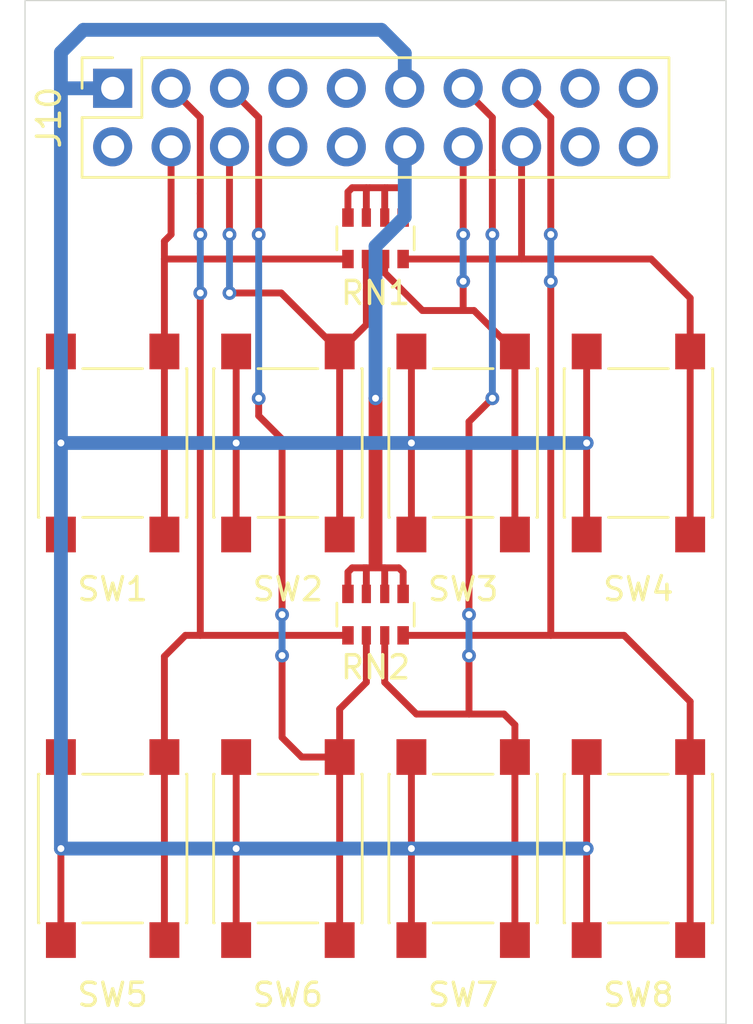
<source format=kicad_pcb>
(kicad_pcb (version 20240108) (generator "pcbnew") (generator_version "8.0")
  (layers (0 "F.Cu" signal) (31 "B.Cu" signal) (34 "B.Paste" user) (35 "F.Paste" user) (36 "B.SilkS" user "B.Silkscreen") (37 "F.SilkS" user "F.Silkscreen") (38 "B.Mask" user) (39 "F.Mask" user) (44 "Edge.Cuts" user))
  (net 0 "")
  (net 1 "/J10.IO8")
  (net 2 "/J10.IO6")
  (net 3 "/J10.IO5")
  (net 4 "GND")
  (net 5 "/J10.IO13")
  (net 6 "/J10.IO14")
  (net 7 "+3V3D")
  (net 9 "/J10.IO4")
  (net 10 "/J10.IO3")
  (net 11 "/J10.IO10")
  (net 12 "/J10.IO16")
  (net 13 "/DAC_OUT")
  (net 16 "+5V")
  (net 17 "/J10.IO15")
  (net 18 "/J10.IO7")
  (footprint "Button_Switch_SMD:SW_Push_1P1T_NO_6x6mm_H9.5mm" (layer "F.Cu") (at 19.05 -7.62 90)
    (property "Reference" "SW7" (at -6.35 0 0) (layer "F.SilkS"))
    (property "Value" "~")
    (fp_line (start 3.23 -3.23) (end 3.23 -3.2) (stroke (width 0.12)) (layer "F.SilkS"))
    (fp_line (start -3.23 -3.23) (end 3.23 -3.23) (stroke (width 0.12)) (layer "F.SilkS"))
    (fp_line (start -3.23 -3.2) (end -3.23 -3.23) (stroke (width 0.12)) (layer "F.SilkS"))
    (fp_line (start 3.23 -1.3) (end 3.23 1.3) (stroke (width 0.12)) (layer "F.SilkS"))
    (fp_line (start -3.23 -1.3) (end -3.23 1.3) (stroke (width 0.12)) (layer "F.SilkS"))
    (fp_line (start 3.23 3.23) (end 3.23 3.2) (stroke (width 0.12)) (layer "F.SilkS"))
    (fp_line (start -3.23 3.23) (end -3.23 3.2) (stroke (width 0.12)) (layer "F.SilkS"))
    (fp_line (start -3.23 3.23) (end 3.23 3.23) (stroke (width 0.12)) (layer "F.SilkS"))
    (pad "1" smd rect (at -3.975 -2.25 90) (size 1.55 1.3) (layers "F.Cu" "F.Paste" "F.Mask") (net 4 "GND"))
    (pad "1" smd rect (at 3.975 -2.25 90) (size 1.55 1.3) (layers "F.Cu" "F.Paste" "F.Mask") (net 4 "GND"))
    (pad "2" smd rect (at -3.975 2.25 90) (size 1.55 1.3) (layers "F.Cu" "F.Paste" "F.Mask") (net 5 "/J10.IO13"))
    (pad "2" smd rect (at 3.975 2.25 90) (size 1.55 1.3) (layers "F.Cu" "F.Paste" "F.Mask") (net 5 "/J10.IO13"))
  )
  (footprint "Connector_PinSocket_2.54mm:PinSocket_2x10_P2.54mm_Vertical" (layer "F.Cu") (at 3.81 -40.64 90)
    (property "Reference" "J10" (at -1.27 -2.77 270) (layer "F.SilkS"))
    (property "Value" "GPIO")
    (fp_line (start 1.33 -1.33) (end 1.33 0) (stroke (width 0.12)) (layer "F.SilkS"))
    (fp_line (start 0 -1.33) (end 1.33 -1.33) (stroke (width 0.12)) (layer "F.SilkS"))
    (fp_line (start -1.27 -1.33) (end -1.27 1.27) (stroke (width 0.12)) (layer "F.SilkS"))
    (fp_line (start -3.87 -1.33) (end -1.27 -1.33) (stroke (width 0.12)) (layer "F.SilkS"))
    (fp_line (start -3.87 -1.33) (end -3.87 24.19) (stroke (width 0.12)) (layer "F.SilkS"))
    (fp_line (start 1.33 1.27) (end 1.33 24.19) (stroke (width 0.12)) (layer "F.SilkS"))
    (fp_line (start -1.27 1.27) (end 1.33 1.27) (stroke (width 0.12)) (layer "F.SilkS"))
    (fp_line (start -3.87 24.19) (end 1.33 24.19) (stroke (width 0.12)) (layer "F.SilkS"))
    (pad "1" thru_hole rect (at 0 0 90) (size 1.7 1.7) (drill 1) (layers "*.Cu" "*.Mask") (net 4 "GND"))
    (pad "2" thru_hole oval (at -2.54 0 90) (size 1.7 1.7) (drill 1) (layers "*.Cu" "*.Mask") (net 16 "+5V"))
    (pad "3" thru_hole oval (at 0 2.54 90) (size 1.7 1.7) (drill 1) (layers "*.Cu" "*.Mask") (net 10 "/J10.IO3"))
    (pad "4" thru_hole oval (at -2.54 2.54 90) (size 1.7 1.7) (drill 1) (layers "*.Cu" "*.Mask") (net 9 "/J10.IO4"))
    (pad "5" thru_hole oval (at 0 5.08 90) (size 1.7 1.7) (drill 1) (layers "*.Cu" "*.Mask") (net 3 "/J10.IO5"))
    (pad "6" thru_hole oval (at -2.54 5.08 90) (size 1.7 1.7) (drill 1) (layers "*.Cu" "*.Mask") (net 2 "/J10.IO6"))
    (pad "7" thru_hole oval (at 0 7.62 90) (size 1.7 1.7) (drill 1) (layers "*.Cu" "*.Mask") (net 18 "/J10.IO7"))
    (pad "8" thru_hole oval (at -2.54 7.62 90) (size 1.7 1.7) (drill 1) (layers "*.Cu" "*.Mask") (net 1 "/J10.IO8"))
    (pad "9" thru_hole oval (at 0 10.16 90) (size 1.7 1.7) (drill 1) (layers "*.Cu" "*.Mask") (net 13 "/DAC_OUT"))
    (pad "10" thru_hole oval (at -2.54 10.16 90) (size 1.7 1.7) (drill 1) (layers "*.Cu" "*.Mask") (net 11 "/J10.IO10"))
    (pad "11" thru_hole oval (at 0 12.7 90) (size 1.7 1.7) (drill 1) (layers "*.Cu" "*.Mask") (net 4 "GND"))
    (pad "12" thru_hole oval (at -2.54 12.7 90) (size 1.7 1.7) (drill 1) (layers "*.Cu" "*.Mask") (net 7 "+3V3D"))
    (pad "13" thru_hole oval (at 0 15.24 90) (size 1.7 1.7) (drill 1) (layers "*.Cu" "*.Mask") (net 5 "/J10.IO13"))
    (pad "14" thru_hole oval (at -2.54 15.24 90) (size 1.7 1.7) (drill 1) (layers "*.Cu" "*.Mask") (net 6 "/J10.IO14"))
    (pad "15" thru_hole oval (at 0 17.78 90) (size 1.7 1.7) (drill 1) (layers "*.Cu" "*.Mask") (net 17 "/J10.IO15"))
    (pad "16" thru_hole oval (at -2.54 17.78 90) (size 1.7 1.7) (drill 1) (layers "*.Cu" "*.Mask") (net 12 "/J10.IO16"))
    (pad "17" thru_hole oval (at 0 20.32 90) (size 1.7 1.7) (drill 1) (layers "*.Cu" "*.Mask"))
    (pad "18" thru_hole oval (at -2.54 20.32 90) (size 1.7 1.7) (drill 1) (layers "*.Cu" "*.Mask"))
    (pad "19" thru_hole oval (at 0 22.86 90) (size 1.7 1.7) (drill 1) (layers "*.Cu" "*.Mask"))
    (pad "20" thru_hole oval (at -2.54 22.86 90) (size 1.7 1.7) (drill 1) (layers "*.Cu" "*.Mask"))
  )
  (footprint "Button_Switch_SMD:SW_Push_1P1T_NO_6x6mm_H9.5mm" (layer "F.Cu") (at 11.43 -7.62 90)
    (property "Reference" "SW6" (at -6.35 0 0) (layer "F.SilkS"))
    (property "Value" "~")
    (fp_line (start 3.23 -3.23) (end 3.23 -3.2) (stroke (width 0.12)) (layer "F.SilkS"))
    (fp_line (start -3.23 -3.23) (end 3.23 -3.23) (stroke (width 0.12)) (layer "F.SilkS"))
    (fp_line (start -3.23 -3.2) (end -3.23 -3.23) (stroke (width 0.12)) (layer "F.SilkS"))
    (fp_line (start 3.23 -1.3) (end 3.23 1.3) (stroke (width 0.12)) (layer "F.SilkS"))
    (fp_line (start -3.23 -1.3) (end -3.23 1.3) (stroke (width 0.12)) (layer "F.SilkS"))
    (fp_line (start 3.23 3.23) (end 3.23 3.2) (stroke (width 0.12)) (layer "F.SilkS"))
    (fp_line (start -3.23 3.23) (end -3.23 3.2) (stroke (width 0.12)) (layer "F.SilkS"))
    (fp_line (start -3.23 3.23) (end 3.23 3.23) (stroke (width 0.12)) (layer "F.SilkS"))
    (pad "1" smd rect (at -3.975 -2.25 90) (size 1.55 1.3) (layers "F.Cu" "F.Paste" "F.Mask") (net 4 "GND"))
    (pad "1" smd rect (at 3.975 -2.25 90) (size 1.55 1.3) (layers "F.Cu" "F.Paste" "F.Mask") (net 4 "GND"))
    (pad "2" smd rect (at -3.975 2.25 90) (size 1.55 1.3) (layers "F.Cu" "F.Paste" "F.Mask") (net 3 "/J10.IO5"))
    (pad "2" smd rect (at 3.975 2.25 90) (size 1.55 1.3) (layers "F.Cu" "F.Paste" "F.Mask") (net 3 "/J10.IO5"))
  )
  (footprint "Resistor_SMD:R_Array_Convex_4x0603" (layer "F.Cu") (at 15.24 -34.125 -90)
    (property "Reference" "RN1" (at 2.375 0 180) (layer "F.SilkS"))
    (property "Value" "1k")
    (fp_line (start 0.5 1.68) (end -0.5 1.68) (stroke (width 0.12)) (layer "F.SilkS"))
    (fp_line (start 0.5 -1.68) (end -0.5 -1.68) (stroke (width 0.12)) (layer "F.SilkS"))
    (pad "1" smd rect (at -0.9 -1.2 270) (size 0.8 0.5) (layers "F.Cu" "F.Paste" "F.Mask") (net 7 "+3V3D"))
    (pad "2" smd rect (at -0.9 -0.4 270) (size 0.8 0.4) (layers "F.Cu" "F.Paste" "F.Mask") (net 7 "+3V3D"))
    (pad "3" smd rect (at -0.9 0.4 270) (size 0.8 0.4) (layers "F.Cu" "F.Paste" "F.Mask") (net 7 "+3V3D"))
    (pad "4" smd rect (at -0.9 1.2 270) (size 0.8 0.5) (layers "F.Cu" "F.Paste" "F.Mask") (net 7 "+3V3D"))
    (pad "5" smd rect (at 0.9 1.2 270) (size 0.8 0.5) (layers "F.Cu" "F.Paste" "F.Mask") (net 9 "/J10.IO4"))
    (pad "6" smd rect (at 0.9 0.4 270) (size 0.8 0.4) (layers "F.Cu" "F.Paste" "F.Mask") (net 2 "/J10.IO6"))
    (pad "7" smd rect (at 0.9 -0.4 270) (size 0.8 0.4) (layers "F.Cu" "F.Paste" "F.Mask") (net 6 "/J10.IO14"))
    (pad "8" smd rect (at 0.9 -1.2 270) (size 0.8 0.5) (layers "F.Cu" "F.Paste" "F.Mask") (net 12 "/J10.IO16"))
  )
  (footprint "Button_Switch_SMD:SW_Push_1P1T_NO_6x6mm_H9.5mm" (layer "F.Cu") (at 26.67 -25.235 90)
    (property "Reference" "SW4" (at -6.35 0 0) (layer "F.SilkS"))
    (property "Value" "~")
    (fp_line (start 3.23 -3.23) (end 3.23 -3.2) (stroke (width 0.12)) (layer "F.SilkS"))
    (fp_line (start -3.23 -3.23) (end 3.23 -3.23) (stroke (width 0.12)) (layer "F.SilkS"))
    (fp_line (start -3.23 -3.2) (end -3.23 -3.23) (stroke (width 0.12)) (layer "F.SilkS"))
    (fp_line (start 3.23 -1.3) (end 3.23 1.3) (stroke (width 0.12)) (layer "F.SilkS"))
    (fp_line (start -3.23 -1.3) (end -3.23 1.3) (stroke (width 0.12)) (layer "F.SilkS"))
    (fp_line (start 3.23 3.23) (end 3.23 3.2) (stroke (width 0.12)) (layer "F.SilkS"))
    (fp_line (start -3.23 3.23) (end -3.23 3.2) (stroke (width 0.12)) (layer "F.SilkS"))
    (fp_line (start -3.23 3.23) (end 3.23 3.23) (stroke (width 0.12)) (layer "F.SilkS"))
    (pad "1" smd rect (at -3.975 -2.25 90) (size 1.55 1.3) (layers "F.Cu" "F.Paste" "F.Mask") (net 4 "GND"))
    (pad "1" smd rect (at 3.975 -2.25 90) (size 1.55 1.3) (layers "F.Cu" "F.Paste" "F.Mask") (net 4 "GND"))
    (pad "2" smd rect (at -3.975 2.25 90) (size 1.55 1.3) (layers "F.Cu" "F.Paste" "F.Mask") (net 12 "/J10.IO16"))
    (pad "2" smd rect (at 3.975 2.25 90) (size 1.55 1.3) (layers "F.Cu" "F.Paste" "F.Mask") (net 12 "/J10.IO16"))
  )
  (footprint "Button_Switch_SMD:SW_Push_1P1T_NO_6x6mm_H9.5mm" (layer "F.Cu") (at 3.81 -25.235 90)
    (property "Reference" "SW1" (at -6.35 0 0) (layer "F.SilkS"))
    (property "Value" "~")
    (fp_line (start 3.23 -3.23) (end 3.23 -3.2) (stroke (width 0.12)) (layer "F.SilkS"))
    (fp_line (start -3.23 -3.23) (end 3.23 -3.23) (stroke (width 0.12)) (layer "F.SilkS"))
    (fp_line (start -3.23 -3.2) (end -3.23 -3.23) (stroke (width 0.12)) (layer "F.SilkS"))
    (fp_line (start 3.23 -1.3) (end 3.23 1.3) (stroke (width 0.12)) (layer "F.SilkS"))
    (fp_line (start -3.23 -1.3) (end -3.23 1.3) (stroke (width 0.12)) (layer "F.SilkS"))
    (fp_line (start 3.23 3.23) (end 3.23 3.2) (stroke (width 0.12)) (layer "F.SilkS"))
    (fp_line (start -3.23 3.23) (end -3.23 3.2) (stroke (width 0.12)) (layer "F.SilkS"))
    (fp_line (start -3.23 3.23) (end 3.23 3.23) (stroke (width 0.12)) (layer "F.SilkS"))
    (pad "1" smd rect (at -3.975 -2.25 90) (size 1.55 1.3) (layers "F.Cu" "F.Paste" "F.Mask") (net 4 "GND"))
    (pad "1" smd rect (at 3.975 -2.25 90) (size 1.55 1.3) (layers "F.Cu" "F.Paste" "F.Mask") (net 4 "GND"))
    (pad "2" smd rect (at -3.975 2.25 90) (size 1.55 1.3) (layers "F.Cu" "F.Paste" "F.Mask") (net 9 "/J10.IO4"))
    (pad "2" smd rect (at 3.975 2.25 90) (size 1.55 1.3) (layers "F.Cu" "F.Paste" "F.Mask") (net 9 "/J10.IO4"))
  )
  (footprint "Button_Switch_SMD:SW_Push_1P1T_NO_6x6mm_H9.5mm" (layer "F.Cu") (at 3.81 -7.62 90)
    (property "Reference" "SW5" (at -6.35 0 0) (layer "F.SilkS"))
    (property "Value" "~")
    (fp_line (start 3.23 -3.23) (end 3.23 -3.2) (stroke (width 0.12)) (layer "F.SilkS"))
    (fp_line (start -3.23 -3.23) (end 3.23 -3.23) (stroke (width 0.12)) (layer "F.SilkS"))
    (fp_line (start -3.23 -3.2) (end -3.23 -3.23) (stroke (width 0.12)) (layer "F.SilkS"))
    (fp_line (start 3.23 -1.3) (end 3.23 1.3) (stroke (width 0.12)) (layer "F.SilkS"))
    (fp_line (start -3.23 -1.3) (end -3.23 1.3) (stroke (width 0.12)) (layer "F.SilkS"))
    (fp_line (start 3.23 3.23) (end 3.23 3.2) (stroke (width 0.12)) (layer "F.SilkS"))
    (fp_line (start -3.23 3.23) (end -3.23 3.2) (stroke (width 0.12)) (layer "F.SilkS"))
    (fp_line (start -3.23 3.23) (end 3.23 3.23) (stroke (width 0.12)) (layer "F.SilkS"))
    (pad "1" smd rect (at -3.975 -2.25 90) (size 1.55 1.3) (layers "F.Cu" "F.Paste" "F.Mask") (net 4 "GND"))
    (pad "1" smd rect (at 3.975 -2.25 90) (size 1.55 1.3) (layers "F.Cu" "F.Paste" "F.Mask") (net 4 "GND"))
    (pad "2" smd rect (at -3.975 2.25 90) (size 1.55 1.3) (layers "F.Cu" "F.Paste" "F.Mask") (net 10 "/J10.IO3"))
    (pad "2" smd rect (at 3.975 2.25 90) (size 1.55 1.3) (layers "F.Cu" "F.Paste" "F.Mask") (net 10 "/J10.IO3"))
  )
  (footprint "Button_Switch_SMD:SW_Push_1P1T_NO_6x6mm_H9.5mm" (layer "F.Cu") (at 11.43 -25.235 90)
    (property "Reference" "SW2" (at -6.35 0 0) (layer "F.SilkS"))
    (property "Value" "~")
    (fp_line (start 3.23 -3.23) (end 3.23 -3.2) (stroke (width 0.12)) (layer "F.SilkS"))
    (fp_line (start -3.23 -3.23) (end 3.23 -3.23) (stroke (width 0.12)) (layer "F.SilkS"))
    (fp_line (start -3.23 -3.2) (end -3.23 -3.23) (stroke (width 0.12)) (layer "F.SilkS"))
    (fp_line (start 3.23 -1.3) (end 3.23 1.3) (stroke (width 0.12)) (layer "F.SilkS"))
    (fp_line (start -3.23 -1.3) (end -3.23 1.3) (stroke (width 0.12)) (layer "F.SilkS"))
    (fp_line (start 3.23 3.23) (end 3.23 3.2) (stroke (width 0.12)) (layer "F.SilkS"))
    (fp_line (start -3.23 3.23) (end -3.23 3.2) (stroke (width 0.12)) (layer "F.SilkS"))
    (fp_line (start -3.23 3.23) (end 3.23 3.23) (stroke (width 0.12)) (layer "F.SilkS"))
    (pad "1" smd rect (at -3.975 -2.25 90) (size 1.55 1.3) (layers "F.Cu" "F.Paste" "F.Mask") (net 4 "GND"))
    (pad "1" smd rect (at 3.975 -2.25 90) (size 1.55 1.3) (layers "F.Cu" "F.Paste" "F.Mask") (net 4 "GND"))
    (pad "2" smd rect (at -3.975 2.25 90) (size 1.55 1.3) (layers "F.Cu" "F.Paste" "F.Mask") (net 2 "/J10.IO6"))
    (pad "2" smd rect (at 3.975 2.25 90) (size 1.55 1.3) (layers "F.Cu" "F.Paste" "F.Mask") (net 2 "/J10.IO6"))
  )
  (footprint "Button_Switch_SMD:SW_Push_1P1T_NO_6x6mm_H9.5mm" (layer "F.Cu") (at 19.05 -25.235 90)
    (property "Reference" "SW3" (at -6.35 0 0) (layer "F.SilkS"))
    (property "Value" "~")
    (fp_line (start 3.23 -3.23) (end 3.23 -3.2) (stroke (width 0.12)) (layer "F.SilkS"))
    (fp_line (start -3.23 -3.23) (end 3.23 -3.23) (stroke (width 0.12)) (layer "F.SilkS"))
    (fp_line (start -3.23 -3.2) (end -3.23 -3.23) (stroke (width 0.12)) (layer "F.SilkS"))
    (fp_line (start 3.23 -1.3) (end 3.23 1.3) (stroke (width 0.12)) (layer "F.SilkS"))
    (fp_line (start -3.23 -1.3) (end -3.23 1.3) (stroke (width 0.12)) (layer "F.SilkS"))
    (fp_line (start 3.23 3.23) (end 3.23 3.2) (stroke (width 0.12)) (layer "F.SilkS"))
    (fp_line (start -3.23 3.23) (end -3.23 3.2) (stroke (width 0.12)) (layer "F.SilkS"))
    (fp_line (start -3.23 3.23) (end 3.23 3.23) (stroke (width 0.12)) (layer "F.SilkS"))
    (pad "1" smd rect (at -3.975 -2.25 90) (size 1.55 1.3) (layers "F.Cu" "F.Paste" "F.Mask") (net 4 "GND"))
    (pad "1" smd rect (at 3.975 -2.25 90) (size 1.55 1.3) (layers "F.Cu" "F.Paste" "F.Mask") (net 4 "GND"))
    (pad "2" smd rect (at -3.975 2.25 90) (size 1.55 1.3) (layers "F.Cu" "F.Paste" "F.Mask") (net 6 "/J10.IO14"))
    (pad "2" smd rect (at 3.975 2.25 90) (size 1.55 1.3) (layers "F.Cu" "F.Paste" "F.Mask") (net 6 "/J10.IO14"))
  )
  (footprint "Resistor_SMD:R_Array_Convex_4x0603" (layer "F.Cu") (at 15.24 -17.78 -90)
    (property "Reference" "RN2" (at 2.286 0 180) (layer "F.SilkS"))
    (property "Value" "1k")
    (fp_line (start 0.5 1.68) (end -0.5 1.68) (stroke (width 0.12)) (layer "F.SilkS"))
    (fp_line (start 0.5 -1.68) (end -0.5 -1.68) (stroke (width 0.12)) (layer "F.SilkS"))
    (pad "1" smd rect (at -0.9 -1.2 270) (size 0.8 0.5) (layers "F.Cu" "F.Paste" "F.Mask") (net 7 "+3V3D"))
    (pad "2" smd rect (at -0.9 -0.4 270) (size 0.8 0.4) (layers "F.Cu" "F.Paste" "F.Mask") (net 7 "+3V3D"))
    (pad "3" smd rect (at -0.9 0.4 270) (size 0.8 0.4) (layers "F.Cu" "F.Paste" "F.Mask") (net 7 "+3V3D"))
    (pad "4" smd rect (at -0.9 1.2 270) (size 0.8 0.5) (layers "F.Cu" "F.Paste" "F.Mask") (net 7 "+3V3D"))
    (pad "5" smd rect (at 0.9 1.2 270) (size 0.8 0.5) (layers "F.Cu" "F.Paste" "F.Mask") (net 10 "/J10.IO3"))
    (pad "6" smd rect (at 0.9 0.4 270) (size 0.8 0.4) (layers "F.Cu" "F.Paste" "F.Mask") (net 3 "/J10.IO5"))
    (pad "7" smd rect (at 0.9 -0.4 270) (size 0.8 0.4) (layers "F.Cu" "F.Paste" "F.Mask") (net 5 "/J10.IO13"))
    (pad "8" smd rect (at 0.9 -1.2 270) (size 0.8 0.5) (layers "F.Cu" "F.Paste" "F.Mask") (net 17 "/J10.IO15"))
  )
  (footprint "Button_Switch_SMD:SW_Push_1P1T_NO_6x6mm_H9.5mm" (layer "F.Cu") (at 26.67 -7.62 90)
    (property "Reference" "SW8" (at -6.35 0 180) (layer "F.SilkS"))
    (property "Value" "~")
    (fp_line (start 3.23 -3.23) (end 3.23 -3.2) (stroke (width 0.12)) (layer "F.SilkS"))
    (fp_line (start -3.23 -3.23) (end 3.23 -3.23) (stroke (width 0.12)) (layer "F.SilkS"))
    (fp_line (start -3.23 -3.2) (end -3.23 -3.23) (stroke (width 0.12)) (layer "F.SilkS"))
    (fp_line (start 3.23 -1.3) (end 3.23 1.3) (stroke (width 0.12)) (layer "F.SilkS"))
    (fp_line (start -3.23 -1.3) (end -3.23 1.3) (stroke (width 0.12)) (layer "F.SilkS"))
    (fp_line (start 3.23 3.23) (end 3.23 3.2) (stroke (width 0.12)) (layer "F.SilkS"))
    (fp_line (start -3.23 3.23) (end -3.23 3.2) (stroke (width 0.12)) (layer "F.SilkS"))
    (fp_line (start -3.23 3.23) (end 3.23 3.23) (stroke (width 0.12)) (layer "F.SilkS"))
    (pad "1" smd rect (at -3.975 -2.25 90) (size 1.55 1.3) (layers "F.Cu" "F.Paste" "F.Mask") (net 4 "GND"))
    (pad "1" smd rect (at 3.975 -2.25 90) (size 1.55 1.3) (layers "F.Cu" "F.Paste" "F.Mask") (net 4 "GND"))
    (pad "2" smd rect (at -3.975 2.25 90) (size 1.55 1.3) (layers "F.Cu" "F.Paste" "F.Mask") (net 17 "/J10.IO15"))
    (pad "2" smd rect (at 3.975 2.25 90) (size 1.55 1.3) (layers "F.Cu" "F.Paste" "F.Mask") (net 17 "/J10.IO15"))
  )
  (gr_rect (start 0 -44.45) (end 30.48 0) (stroke (width 0.05)) (fill none) (layer "Edge.Cuts"))
  (segment (start 8.89 -38.1) (end 8.89 -34.29) (width 0.3) (layer "F.Cu") (net 2))
  (segment (start 14.84 -30.37) (end 14.84 -33.225) (width 0.3) (layer "F.Cu") (net 2))
  (segment (start 11.14 -31.75) (end 13.68 -29.21) (width 0.3) (layer "F.Cu") (net 2))
  (segment (start 8.89 -31.75) (end 11.14 -31.75) (width 0.3) (layer "F.Cu") (net 2))
  (segment (start 13.68 -29.21) (end 13.68 -21.26) (width 0.3) (layer "F.Cu") (net 2))
  (segment (start 13.68 -29.21) (end 14.84 -30.37) (width 0.3) (layer "F.Cu") (net 2))
  (via (at 8.89 -31.75) (size 0.6) (drill 0.3) (layers "F.Cu" "B.Cu") (net 2))
  (via (at 8.89 -34.29) (size 0.6) (drill 0.3) (layers "F.Cu" "B.Cu") (net 2))
  (segment (start 8.89 -34.29) (end 8.89 -31.75) (width 0.3) (layer "B.Cu") (net 2))
  (segment (start 11.176 -25.4) (end 11.176 -17.78) (width 0.3) (layer "F.Cu") (net 3))
  (segment (start 13.68 -11.595) (end 13.68 -3.645) (width 0.3) (layer "F.Cu") (net 3))
  (segment (start 11.176 -16.002) (end 11.176 -12.446) (width 0.3) (layer "F.Cu") (net 3))
  (segment (start 12.027 -11.595) (end 13.68 -11.595) (width 0.3) (layer "F.Cu") (net 3))
  (segment (start 11.176 -12.446) (end 12.027 -11.595) (width 0.3) (layer "F.Cu") (net 3))
  (segment (start 8.89 -40.64) (end 10.16 -39.37) (width 0.3) (layer "F.Cu") (net 3))
  (segment (start 13.68 -13.68) (end 14.84 -14.84) (width 0.3) (layer "F.Cu") (net 3))
  (segment (start 14.84 -14.84) (end 14.84 -16.88) (width 0.3) (layer "F.Cu") (net 3))
  (segment (start 10.16 -26.416) (end 11.176 -25.4) (width 0.3) (layer "F.Cu") (net 3))
  (segment (start 10.16 -39.37) (end 10.16 -34.29) (width 0.3) (layer "F.Cu") (net 3))
  (segment (start 10.16 -27.178) (end 10.16 -26.416) (width 0.3) (layer "F.Cu") (net 3))
  (segment (start 13.68 -11.595) (end 13.68 -13.68) (width 0.3) (layer "F.Cu") (net 3))
  (via (at 10.16 -34.29) (size 0.6) (drill 0.3) (layers "F.Cu" "B.Cu") (net 3))
  (via (at 10.16 -27.178) (size 0.6) (drill 0.3) (layers "F.Cu" "B.Cu") (net 3))
  (via (at 11.176 -16.002) (size 0.6) (drill 0.3) (layers "F.Cu" "B.Cu") (net 3))
  (via (at 11.176 -17.78) (size 0.6) (drill 0.3) (layers "F.Cu" "B.Cu") (net 3))
  (segment (start 10.16 -34.29) (end 10.16 -27.178) (width 0.3) (layer "B.Cu") (net 3))
  (segment (start 11.176 -17.78) (end 11.176 -16.002) (width 0.3) (layer "B.Cu") (net 3))
  (segment (start 24.42 -29.21) (end 24.42 -25.235) (width 0.3) (layer "F.Cu") (net 4))
  (segment (start 24.42 -11.595) (end 24.42 -7.62) (width 0.3) (layer "F.Cu") (net 4))
  (segment (start 1.56 -11.595) (end 1.56 -7.62) (width 0.3) (layer "F.Cu") (net 4))
  (segment (start 9.18 -11.595) (end 9.18 -7.62) (width 0.3) (layer "F.Cu") (net 4))
  (segment (start 1.56 -7.62) (end 1.56 -3.645) (width 0.3) (layer "F.Cu") (net 4))
  (segment (start 9.18 -25.235) (end 9.18 -21.26) (width 0.3) (layer "F.Cu") (net 4))
  (segment (start 9.18 -7.62) (end 9.18 -3.645) (width 0.3) (layer "F.Cu") (net 4))
  (segment (start 9.18 -29.21) (end 9.18 -25.235) (width 0.3) (layer "F.Cu") (net 4))
  (segment (start 1.56 -29.21) (end 1.56 -25.235) (width 0.3) (layer "F.Cu") (net 4))
  (segment (start 16.8 -25.235) (end 16.8 -21.26) (width 0.3) (layer "F.Cu") (net 4))
  (segment (start 16.8 -29.21) (end 16.8 -25.235) (width 0.3) (layer "F.Cu") (net 4))
  (segment (start 16.8 -7.62) (end 16.8 -3.645) (width 0.3) (layer "F.Cu") (net 4))
  (segment (start 24.42 -25.235) (end 24.42 -21.26) (width 0.3) (layer "F.Cu") (net 4))
  (segment (start 24.42 -7.62) (end 24.42 -3.645) (width 0.3) (layer "F.Cu") (net 4))
  (segment (start 1.56 -25.235) (end 1.56 -21.26) (width 0.3) (layer "F.Cu") (net 4))
  (segment (start 16.8 -11.595) (end 16.8 -7.62) (width 0.3) (layer "F.Cu") (net 4))
  (via (at 16.8 -7.62) (size 0.6) (drill 0.3) (layers "F.Cu" "B.Cu") (net 4))
  (via (at 9.18 -25.235) (size 0.6) (drill 0.3) (layers "F.Cu" "B.Cu") (net 4))
  (via (at 1.56 -25.235) (size 0.6) (drill 0.3) (layers "F.Cu" "B.Cu") (net 4))
  (via (at 16.8 -25.235) (size 0.6) (drill 0.3) (layers "F.Cu" "B.Cu") (net 4))
  (via (at 24.42 -25.235) (size 0.6) (drill 0.3) (layers "F.Cu" "B.Cu") (net 4))
  (via (at 24.42 -7.62) (size 0.6) (drill 0.3) (layers "F.Cu" "B.Cu") (net 4))
  (via (at 1.56 -7.62) (size 0.6) (drill 0.3) (layers "F.Cu" "B.Cu") (net 4))
  (via (at 9.18 -7.62) (size 0.6) (drill 0.3) (layers "F.Cu" "B.Cu") (net 4))
  (segment (start 1.56 -42.2) (end 2.54 -43.18) (width 0.6) (layer "B.Cu") (net 4))
  (segment (start 16.8 -25.235) (end 9.18 -25.235) (width 0.6) (layer "B.Cu") (net 4))
  (segment (start 1.56 -7.62) (end 1.56 -25.235) (width 0.6) (layer "B.Cu") (net 4))
  (segment (start 9.18 -25.235) (end 1.56 -25.235) (width 0.6) (layer "B.Cu") (net 4))
  (segment (start 9.18 -7.62) (end 1.56 -7.62) (width 0.6) (layer "B.Cu") (net 4))
  (segment (start 2.54 -43.18) (end 15.494 -43.18) (width 0.6) (layer "B.Cu") (net 4))
  (segment (start 3.81 -40.64) (end 1.56 -40.64) (width 0.6) (layer "B.Cu") (net 4))
  (segment (start 16.8 -7.62) (end 9.18 -7.62) (width 0.6) (layer "B.Cu") (net 4))
  (segment (start 24.42 -7.62) (end 16.8 -7.62) (width 0.6) (layer "B.Cu") (net 4))
  (segment (start 24.42 -25.235) (end 16.8 -25.235) (width 0.6) (layer "B.Cu") (net 4))
  (segment (start 15.494 -43.18) (end 16.51 -42.164) (width 0.6) (layer "B.Cu") (net 4))
  (segment (start 16.51 -42.164) (end 16.51 -40.64) (width 0.6) (layer "B.Cu") (net 4))
  (segment (start 1.56 -40.64) (end 1.56 -42.2) (width 0.6) (layer "B.Cu") (net 4))
  (segment (start 1.56 -25.235) (end 1.56 -40.64) (width 0.6) (layer "B.Cu") (net 4))
  (segment (start 21.3 -12.99) (end 21.3 -11.595) (width 0.3) (layer "F.Cu") (net 5))
  (segment (start 20.32 -39.37) (end 20.32 -37.084) (width 0.3) (layer "F.Cu") (net 5))
  (segment (start 20.32 -37.084) (end 20.32 -34.29) (width 0.3) (layer "F.Cu") (net 5))
  (segment (start 15.64 -14.84) (end 17.018 -13.462) (width 0.3) (layer "F.Cu") (net 5))
  (segment (start 21.3 -11.595) (end 21.3 -3.645) (width 0.3) (layer "F.Cu") (net 5))
  (segment (start 17.018 -13.462) (end 19.304 -13.462) (width 0.3) (layer "F.Cu") (net 5))
  (segment (start 19.05 -40.64) (end 20.32 -39.37) (width 0.3) (layer "F.Cu") (net 5))
  (segment (start 20.828 -13.462) (end 21.3 -12.99) (width 0.3) (layer "F.Cu") (net 5))
  (segment (start 19.304 -13.462) (end 20.828 -13.462) (width 0.3) (layer "F.Cu") (net 5))
  (segment (start 19.304 -16.002) (end 19.304 -13.462) (width 0.3) (layer "F.Cu") (net 5))
  (segment (start 19.304 -17.78) (end 19.304 -26.162) (width 0.3) (layer "F.Cu") (net 5))
  (segment (start 15.64 -16.88) (end 15.64 -14.84) (width 0.3) (layer "F.Cu") (net 5))
  (segment (start 19.304 -26.162) (end 20.32 -27.178) (width 0.3) (layer "F.Cu") (net 5))
  (via (at 19.304 -16.002) (size 0.6) (drill 0.3) (layers "F.Cu" "B.Cu") (net 5))
  (via (at 20.32 -34.29) (size 0.6) (drill 0.3) (layers "F.Cu" "B.Cu") (net 5))
  (via (at 20.32 -27.178) (size 0.6) (drill 0.3) (layers "F.Cu" "B.Cu") (net 5))
  (via (at 19.304 -17.78) (size 0.6) (drill 0.3) (layers "F.Cu" "B.Cu") (net 5))
  (segment (start 20.32 -34.29) (end 20.32 -27.178) (width 0.3) (layer "B.Cu") (net 5))
  (segment (start 19.304 -17.78) (end 19.304 -16.002) (width 0.3) (layer "B.Cu") (net 5))
  (segment (start 19.05 -30.988) (end 19.522 -30.988) (width 0.3) (layer "F.Cu") (net 6))
  (segment (start 19.522 -30.988) (end 21.3 -29.21) (width 0.3) (layer "F.Cu") (net 6))
  (segment (start 15.64 -32.625) (end 17.277 -30.988) (width 0.3) (layer "F.Cu") (net 6))
  (segment (start 19.05 -32.258) (end 19.05 -30.988) (width 0.3) (layer "F.Cu") (net 6))
  (segment (start 15.64 -33.225) (end 15.64 -32.625) (width 0.3) (layer "F.Cu") (net 6))
  (segment (start 19.05 -38.1) (end 19.05 -34.29) (width 0.3) (layer "F.Cu") (net 6))
  (segment (start 21.3 -29.21) (end 21.3 -21.26) (width 0.3) (layer "F.Cu") (net 6))
  (segment (start 17.277 -30.988) (end 19.05 -30.988) (width 0.3) (layer "F.Cu") (net 6))
  (via (at 19.05 -34.29) (size 0.6) (drill 0.3) (layers "F.Cu" "B.Cu") (net 6))
  (via (at 19.05 -32.258) (size 0.6) (drill 0.3) (layers "F.Cu" "B.Cu") (net 6))
  (segment (start 19.05 -34.29) (end 19.05 -32.258) (width 0.3) (layer "B.Cu") (net 6))
  (segment (start 16.256 -19.812) (end 16.44 -19.628) (width 0.3) (layer "F.Cu") (net 7))
  (segment (start 14.986 -36.322) (end 15.748 -36.322) (width 0.3) (layer "F.Cu") (net 7))
  (segment (start 15.64 -35.025) (end 15.64 -36.318519) (width 0.3) (layer "F.Cu") (net 7))
  (segment (start 14.224 -36.322) (end 14.986 -36.322) (width 0.3) (layer "F.Cu") (net 7))
  (segment (start 14.84 -18.68) (end 14.84 -19.812) (width 0.3) (layer "F.Cu") (net 7))
  (segment (start 15.24 -19.812) (end 15.494 -19.812) (width 0.3) (layer "F.Cu") (net 7))
  (segment (start 14.84 -19.812) (end 14.732 -19.812) (width 0.3) (layer "F.Cu") (net 7))
  (segment (start 16.44 -35.025) (end 16.44 -36.322) (width 0.3) (layer "F.Cu") (net 7))
  (segment (start 14.224 -19.812) (end 14.732 -19.812) (width 0.3) (layer "F.Cu") (net 7))
  (segment (start 14.84 -36.320106) (end 14.841894 -36.322) (width 0.3) (layer "F.Cu") (net 7))
  (segment (start 16.44 -36.322) (end 16.44 -38.03) (width 0.3) (layer "F.Cu") (net 7))
  (segment (start 16.44 -38.03) (end 16.51 -38.1) (width 0.3) (layer "F.Cu") (net 7))
  (segment (start 14.84 -35.025) (end 14.84 -36.320106) (width 0.3) (layer "F.Cu") (net 7))
  (segment (start 15.64 -19.812) (end 15.494 -19.812) (width 0.3) (layer "F.Cu") (net 7))
  (segment (start 14.04 -36.138) (end 14.224 -36.322) (width 0.3) (layer "F.Cu") (net 7))
  (segment (start 15.64 -18.68) (end 15.64 -19.812) (width 0.3) (layer "F.Cu") (net 7))
  (segment (start 15.494 -19.812) (end 16.256 -19.812) (width 0.3) (layer "F.Cu") (net 7))
  (segment (start 15.24 -19.97) (end 15.24 -27.178) (width 0.6) (layer "F.Cu") (net 7))
  (segment (start 14.732 -19.812) (end 15.24 -19.812) (width 0.3) (layer "F.Cu") (net 7))
  (segment (start 14.04 -35.025) (end 14.04 -36.138) (width 0.3) (layer "F.Cu") (net 7))
  (segment (start 15.748 -36.322) (end 16.44 -36.322) (width 0.3) (layer "F.Cu") (net 7))
  (segment (start 15.64 -36.318519) (end 15.643481 -36.322) (width 0.3) (layer "F.Cu") (net 7))
  (segment (start 14.04 -18.68) (end 14.04 -19.628) (width 0.3) (layer "F.Cu") (net 7))
  (segment (start 14.04 -19.628) (end 14.224 -19.812) (width 0.3) (layer "F.Cu") (net 7))
  (segment (start 16.44 -19.628) (end 16.44 -18.68) (width 0.3) (layer "F.Cu") (net 7))
  (via (at 15.24 -27.178) (size 0.6) (drill 0.3) (layers "F.Cu" "B.Cu") (net 7))
  (segment (start 16.51 -35.052) (end 16.51 -38.1) (width 0.6) (layer "B.Cu") (net 7))
  (segment (start 15.24 -27.178) (end 15.24 -33.782) (width 0.6) (layer "B.Cu") (net 7))
  (segment (start 15.24 -33.782) (end 16.51 -35.052) (width 0.6) (layer "B.Cu") (net 7))
  (segment (start 6.06 -33.225) (end 14.04 -33.225) (width 0.3) (layer "F.Cu") (net 9))
  (segment (start 6.06 -29.21) (end 6.06 -21.26) (width 0.3) (layer "F.Cu") (net 9))
  (segment (start 6.06 -29.21) (end 6.06 -33.225) (width 0.3) (layer "F.Cu") (net 9))
  (segment (start 6.06 -34) (end 6.35 -34.29) (width 0.3) (layer "F.Cu") (net 9))
  (segment (start 6.35 -34.29) (end 6.35 -38.1) (width 0.3) (layer "F.Cu") (net 9))
  (segment (start 6.06 -33.225) (end 6.06 -34) (width 0.3) (layer "F.Cu") (net 9))
  (segment (start 6.974 -16.88) (end 7.62 -16.88) (width 0.3) (layer "F.Cu") (net 10))
  (segment (start 6.06 -11.595) (end 6.06 -3.645) (width 0.3) (layer "F.Cu") (net 10))
  (segment (start 7.62 -36.068) (end 7.62 -34.29) (width 0.3) (layer "F.Cu") (net 10))
  (segment (start 7.62 -31.75) (end 7.62 -16.88) (width 0.3) (layer "F.Cu") (net 10))
  (segment (start 7.62 -16.88) (end 14.04 -16.88) (width 0.3) (layer "F.Cu") (net 10))
  (segment (start 6.35 -40.64) (end 7.62 -39.37) (width 0.3) (layer "F.Cu") (net 10))
  (segment (start 6.06 -11.595) (end 6.06 -15.966) (width 0.3) (layer "F.Cu") (net 10))
  (segment (start 6.06 -15.966) (end 6.974 -16.88) (width 0.3) (layer "F.Cu") (net 10))
  (segment (start 7.62 -39.37) (end 7.62 -36.068) (width 0.3) (layer "F.Cu") (net 10))
  (via (at 7.62 -34.29) (size 0.6) (drill 0.3) (layers "F.Cu" "B.Cu") (net 10))
  (via (at 7.62 -31.75) (size 0.6) (drill 0.3) (layers "F.Cu" "B.Cu") (net 10))
  (segment (start 7.62 -34.29) (end 7.62 -31.75) (width 0.3) (layer "B.Cu") (net 10))
  (segment (start 21.59 -38.1) (end 21.59 -33.225) (width 0.3) (layer "F.Cu") (net 12))
  (segment (start 28.92 -31.532) (end 27.227 -33.225) (width 0.3) (layer "F.Cu") (net 12))
  (segment (start 28.92 -29.21) (end 28.92 -31.532) (width 0.3) (layer "F.Cu") (net 12))
  (segment (start 21.59 -33.225) (end 16.44 -33.225) (width 0.3) (layer "F.Cu") (net 12))
  (segment (start 27.227 -33.225) (end 21.59 -33.225) (width 0.3) (layer "F.Cu") (net 12))
  (segment (start 28.92 -29.21) (end 28.92 -21.26) (width 0.3) (layer "F.Cu") (net 12))
  (segment (start 28.92 -11.595) (end 28.92 -3.645) (width 0.3) (layer "F.Cu") (net 17))
  (segment (start 28.92 -14.006) (end 26.046 -16.88) (width 0.3) (layer "F.Cu") (net 17))
  (segment (start 22.86 -32.258) (end 22.86 -16.88) (width 0.3) (layer "F.Cu") (net 17))
  (segment (start 22.86 -39.37) (end 22.86 -34.29) (width 0.3) (layer "F.Cu") (net 17))
  (segment (start 26.046 -16.88) (end 22.86 -16.88) (width 0.3) (layer "F.Cu") (net 17))
  (segment (start 22.86 -16.88) (end 16.44 -16.88) (width 0.3) (layer "F.Cu") (net 17))
  (segment (start 28.92 -11.595) (end 28.92 -14.006) (width 0.3) (layer "F.Cu") (net 17))
  (segment (start 21.59 -40.64) (end 22.86 -39.37) (width 0.3) (layer "F.Cu") (net 17))
  (via (at 22.86 -32.258) (size 0.6) (drill 0.3) (layers "F.Cu" "B.Cu") (net 17))
  (via (at 22.86 -34.29) (size 0.6) (drill 0.3) (layers "F.Cu" "B.Cu") (net 17))
  (segment (start 22.86 -34.29) (end 22.86 -32.258) (width 0.3) (layer "B.Cu") (net 17))
)
</source>
